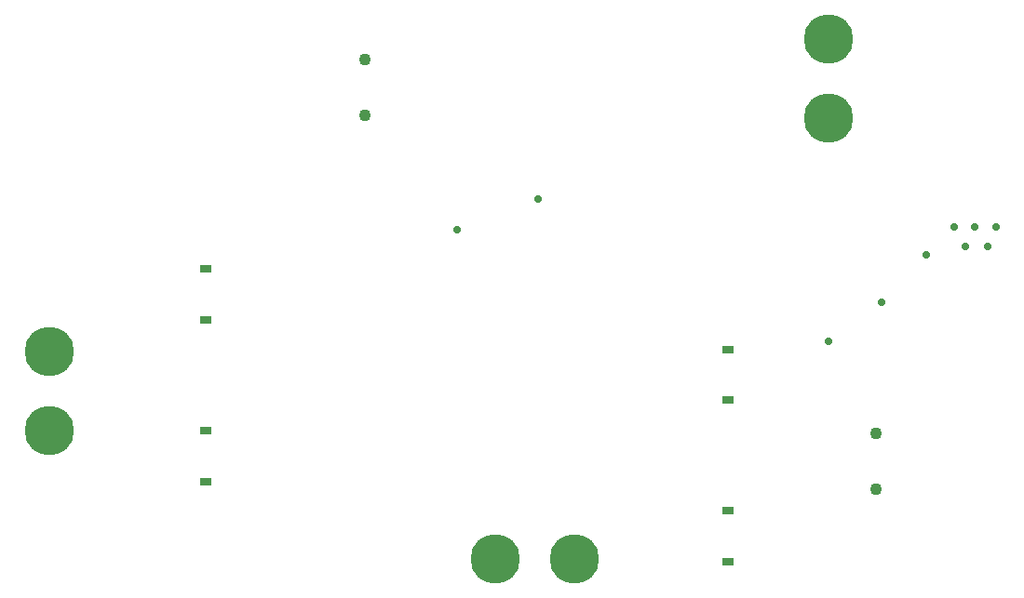
<source format=gbr>
%TF.GenerationSoftware,Altium Limited,Altium Designer,19.1.8 (144)*%
G04 Layer_Color=0*
%FSLAX26Y26*%
%MOIN*%
%TF.FileFunction,Plated,1,2,PTH,Drill*%
%TF.Part,Single*%
G01*
G75*
%TA.AperFunction,ComponentDrill*%
%ADD53R,0.043307X0.029528*%
%ADD54C,0.043307*%
%ADD55C,0.177165*%
%ADD56C,0.177165*%
%TA.AperFunction,ViaDrill,NotFilled*%
%ADD57C,0.028000*%
D53*
X2890000Y220157D02*
D03*
X2889803Y403228D02*
D03*
X2890000Y981968D02*
D03*
X2889803Y800866D02*
D03*
X1019882Y507874D02*
D03*
X1019685Y690945D02*
D03*
X1019882Y1269685D02*
D03*
X1019685Y1088583D02*
D03*
D54*
X3420000Y480000D02*
D03*
Y680000D02*
D03*
X1590000Y1820000D02*
D03*
Y2020000D02*
D03*
D55*
X2056535Y230000D02*
D03*
X2340000D02*
D03*
D56*
X460000Y973465D02*
D03*
Y690000D02*
D03*
X3250000Y2093465D02*
D03*
Y1810000D02*
D03*
D57*
X3850000Y1420000D02*
D03*
X3775354Y1420039D02*
D03*
X3700000Y1420000D02*
D03*
X3820000Y1350000D02*
D03*
X3740000D02*
D03*
X3600000Y1320000D02*
D03*
X1920000Y1410000D02*
D03*
X2210000Y1520000D02*
D03*
X3440000Y1150000D02*
D03*
X3250000Y1010000D02*
D03*
%TF.MD5,6e89d6228f1ee679b7d9a9769467aa23*%
M02*

</source>
